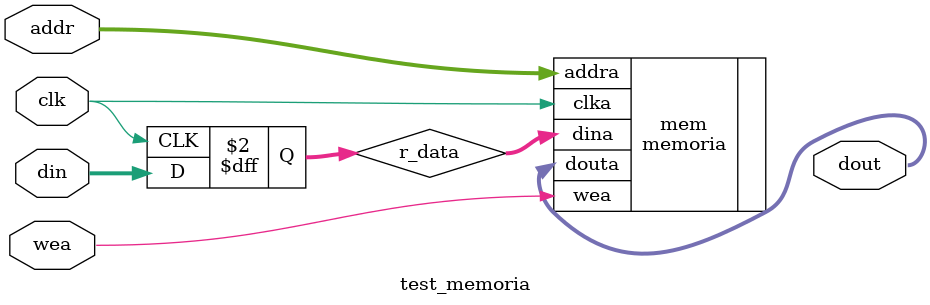
<source format=v>
`timescale 1ns / 1ps
module test_memoria(
	input clk, input [3:0]addr, input [3:0]din, input wea, output [3:0]dout
    );
	
	reg [3:0] r_data;
	
	//----------- Begin Cut here for INSTANTIATION Template ---// INST_TAG
	memoria mem (
	  .clka(clk), // input clka
	  .wea(wea), // input [0 : 0] wea
	  .addra(addr), // input [3 : 0] addra
	  .dina(r_data), // input [3 : 0] dina
	  .douta(dout) // output [3 : 0] douta
	);

always @(posedge clk) begin
	r_data <= din;
end

endmodule

</source>
